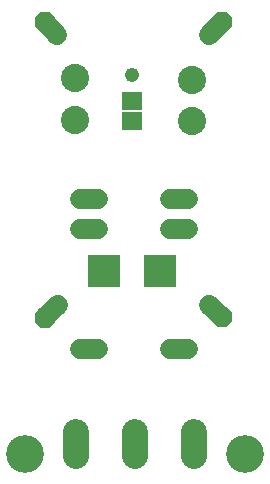
<source format=gbs>
G75*
%MOIN*%
%OFA0B0*%
%FSLAX24Y24*%
%IPPOS*%
%LPD*%
%AMOC8*
5,1,8,0,0,1.08239X$1,22.5*
%
%ADD10R,0.1080X0.1080*%
%ADD11C,0.1261*%
%ADD12C,0.0860*%
%ADD13C,0.0680*%
%ADD14C,0.0674*%
%ADD15C,0.0940*%
%ADD16R,0.0671X0.0592*%
%ADD17OC8,0.0680*%
%ADD18C,0.0476*%
D10*
X005778Y010084D03*
X007628Y010084D03*
D11*
X003140Y004013D03*
X010455Y004013D03*
D12*
X008767Y003942D02*
X008767Y004722D01*
X006797Y004722D02*
X006797Y003942D01*
X004827Y003942D02*
X004827Y004722D01*
D13*
X004946Y007486D02*
X005546Y007486D01*
X005546Y011486D02*
X004946Y011486D01*
X004946Y012486D02*
X005546Y012486D01*
X007946Y012486D02*
X008546Y012486D01*
X008546Y011486D02*
X007946Y011486D01*
X007946Y007486D02*
X008546Y007486D01*
D14*
X009697Y008555D02*
X009277Y008975D01*
X004223Y008975D02*
X003803Y008555D01*
X004211Y017977D02*
X003791Y018397D01*
X009277Y017977D02*
X009697Y018397D01*
D15*
X008711Y016466D03*
X008711Y015088D03*
X004785Y015147D03*
X004785Y016525D03*
D16*
X006679Y015769D03*
X006679Y015100D03*
D17*
X003805Y018387D03*
X003805Y008545D03*
X009699Y008561D03*
X009711Y018387D03*
D18*
X006687Y016628D03*
M02*

</source>
